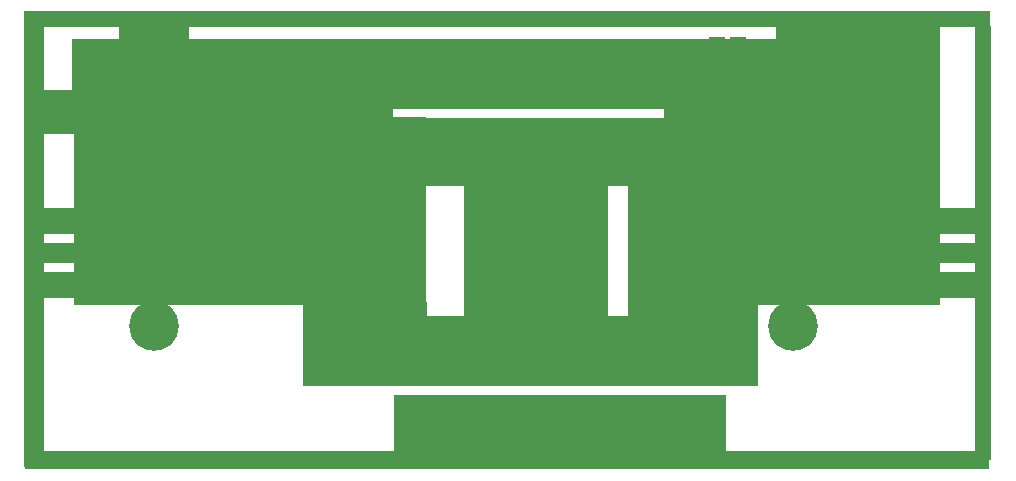
<source format=gts>
G04*
G04 #@! TF.GenerationSoftware,Altium Limited,Altium Designer,22.0.2 (36)*
G04*
G04 Layer_Color=8388736*
%FSLAX25Y25*%
%MOIN*%
G70*
G04*
G04 #@! TF.SameCoordinates,04F3E7EA-1EC6-48BA-AAB6-D1FA50B40766*
G04*
G04*
G04 #@! TF.FilePolarity,Negative*
G04*
G01*
G75*
%ADD30R,0.43701X0.28150*%
%ADD31R,0.91535X0.23622*%
%ADD32R,1.05154X0.23425*%
%ADD33R,0.92126X0.23425*%
%ADD34R,1.77165X0.23032*%
%ADD35R,1.17717X0.62795*%
%ADD36R,0.06693X1.51772*%
%ADD37R,0.18307X0.14764*%
%ADD38R,0.05709X1.45079*%
%ADD39R,3.21794X0.06266*%
%ADD40R,3.22047X0.05315*%
%ADD41R,0.41535X0.28150*%
%ADD42R,1.10827X0.24410*%
%ADD43R,1.04134X0.50197*%
%ADD44R,2.89173X0.23425*%
%ADD45R,0.54724X0.13583*%
%ADD46R,0.06800X0.11800*%
%ADD47R,0.23800X0.25300*%
%ADD48R,0.05800X0.04300*%
%ADD49R,0.07099X0.05918*%
%ADD50R,0.07099X0.08674*%
%ADD51R,0.03800X0.03800*%
%ADD52R,0.24028X0.59855*%
%ADD53R,0.16548X0.08674*%
%ADD54R,0.16548X0.06706*%
%ADD55O,0.05918X0.15761*%
%ADD56R,0.05918X0.15761*%
%ADD57R,0.03800X0.03800*%
%ADD58C,0.13398*%
%ADD59C,0.13792*%
%ADD60C,0.16548*%
D30*
X222835Y41634D02*
D03*
D31*
X173524Y39173D02*
D03*
D32*
X70258Y122539D02*
D03*
D33*
X259055Y113878D02*
D03*
D34*
X216535Y105610D02*
D03*
D35*
X75197Y85728D02*
D03*
D36*
X3150Y76083D02*
D03*
D37*
X9547Y118799D02*
D03*
D38*
X319390Y75295D02*
D03*
D39*
X160700Y2773D02*
D03*
D40*
X160827Y149705D02*
D03*
D41*
X113287Y41634D02*
D03*
D42*
X178445Y12402D02*
D03*
D43*
X253051Y79626D02*
D03*
D44*
X160531Y131398D02*
D03*
D45*
X277756Y144390D02*
D03*
D46*
X34155Y108889D02*
D03*
X51955Y108789D02*
D03*
D47*
X43110Y137402D02*
D03*
D48*
X24212Y119095D02*
D03*
Y126575D02*
D03*
X70767Y119059D02*
D03*
Y126540D02*
D03*
X61614Y119095D02*
D03*
Y126575D02*
D03*
X92166Y108071D02*
D03*
Y100590D02*
D03*
X237795Y134449D02*
D03*
Y141929D02*
D03*
X230795Y134449D02*
D03*
Y141929D02*
D03*
D49*
X80866Y127874D02*
D03*
Y118032D02*
D03*
D50*
X92283Y122953D02*
D03*
D51*
X92126Y78346D02*
D03*
Y73228D02*
D03*
X112795Y78347D02*
D03*
Y73228D02*
D03*
D52*
X182480Y71850D02*
D03*
X158465D02*
D03*
D53*
X8465Y82480D02*
D03*
Y61221D02*
D03*
X312434D02*
D03*
Y82480D02*
D03*
D54*
X8465Y71850D02*
D03*
X312434D02*
D03*
D55*
X288976Y100000D02*
D03*
D56*
Y139370D02*
D03*
D57*
X25393Y71850D02*
D03*
X20275D02*
D03*
D58*
X158465Y12795D02*
D03*
X182480D02*
D03*
Y130905D02*
D03*
X158465D02*
D03*
D59*
X254724Y96653D02*
D03*
X43110Y92716D02*
D03*
D60*
X256102Y47441D02*
D03*
X43110D02*
D03*
M02*

</source>
